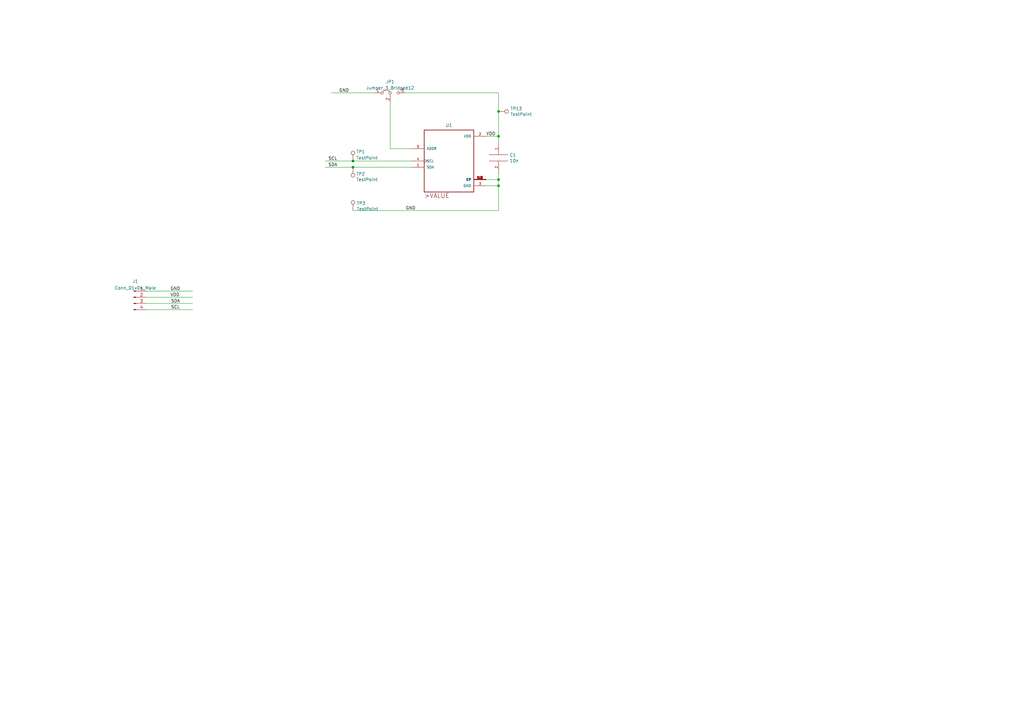
<source format=kicad_sch>
(kicad_sch (version 20211123) (generator eeschema)

  (uuid f144a97d-c3f0-423f-b0a9-3f7dbc42478b)

  (paper "A3")

  (lib_symbols
    (symbol "Connector:Conn_01x04_Male" (pin_names (offset 1.016) hide) (in_bom yes) (on_board yes)
      (property "Reference" "J" (id 0) (at 0 5.08 0)
        (effects (font (size 1.27 1.27)))
      )
      (property "Value" "Conn_01x04_Male" (id 1) (at 0 -7.62 0)
        (effects (font (size 1.27 1.27)))
      )
      (property "Footprint" "" (id 2) (at 0 0 0)
        (effects (font (size 1.27 1.27)) hide)
      )
      (property "Datasheet" "~" (id 3) (at 0 0 0)
        (effects (font (size 1.27 1.27)) hide)
      )
      (property "ki_keywords" "connector" (id 4) (at 0 0 0)
        (effects (font (size 1.27 1.27)) hide)
      )
      (property "ki_description" "Generic connector, single row, 01x04, script generated (kicad-library-utils/schlib/autogen/connector/)" (id 5) (at 0 0 0)
        (effects (font (size 1.27 1.27)) hide)
      )
      (property "ki_fp_filters" "Connector*:*_1x??_*" (id 6) (at 0 0 0)
        (effects (font (size 1.27 1.27)) hide)
      )
      (symbol "Conn_01x04_Male_1_1"
        (polyline
          (pts
            (xy 1.27 -5.08)
            (xy 0.8636 -5.08)
          )
          (stroke (width 0.1524) (type default) (color 0 0 0 0))
          (fill (type none))
        )
        (polyline
          (pts
            (xy 1.27 -2.54)
            (xy 0.8636 -2.54)
          )
          (stroke (width 0.1524) (type default) (color 0 0 0 0))
          (fill (type none))
        )
        (polyline
          (pts
            (xy 1.27 0)
            (xy 0.8636 0)
          )
          (stroke (width 0.1524) (type default) (color 0 0 0 0))
          (fill (type none))
        )
        (polyline
          (pts
            (xy 1.27 2.54)
            (xy 0.8636 2.54)
          )
          (stroke (width 0.1524) (type default) (color 0 0 0 0))
          (fill (type none))
        )
        (rectangle (start 0.8636 -4.953) (end 0 -5.207)
          (stroke (width 0.1524) (type default) (color 0 0 0 0))
          (fill (type outline))
        )
        (rectangle (start 0.8636 -2.413) (end 0 -2.667)
          (stroke (width 0.1524) (type default) (color 0 0 0 0))
          (fill (type outline))
        )
        (rectangle (start 0.8636 0.127) (end 0 -0.127)
          (stroke (width 0.1524) (type default) (color 0 0 0 0))
          (fill (type outline))
        )
        (rectangle (start 0.8636 2.667) (end 0 2.413)
          (stroke (width 0.1524) (type default) (color 0 0 0 0))
          (fill (type outline))
        )
        (pin passive line (at 5.08 2.54 180) (length 3.81)
          (name "Pin_1" (effects (font (size 1.27 1.27))))
          (number "1" (effects (font (size 1.27 1.27))))
        )
        (pin passive line (at 5.08 0 180) (length 3.81)
          (name "Pin_2" (effects (font (size 1.27 1.27))))
          (number "2" (effects (font (size 1.27 1.27))))
        )
        (pin passive line (at 5.08 -2.54 180) (length 3.81)
          (name "Pin_3" (effects (font (size 1.27 1.27))))
          (number "3" (effects (font (size 1.27 1.27))))
        )
        (pin passive line (at 5.08 -5.08 180) (length 3.81)
          (name "Pin_4" (effects (font (size 1.27 1.27))))
          (number "4" (effects (font (size 1.27 1.27))))
        )
      )
    )
    (symbol "Connector:TestPoint" (pin_numbers hide) (pin_names (offset 0.762) hide) (in_bom yes) (on_board yes)
      (property "Reference" "TP" (id 0) (at 0 6.858 0)
        (effects (font (size 1.27 1.27)))
      )
      (property "Value" "TestPoint" (id 1) (at 0 5.08 0)
        (effects (font (size 1.27 1.27)))
      )
      (property "Footprint" "" (id 2) (at 5.08 0 0)
        (effects (font (size 1.27 1.27)) hide)
      )
      (property "Datasheet" "~" (id 3) (at 5.08 0 0)
        (effects (font (size 1.27 1.27)) hide)
      )
      (property "ki_keywords" "test point tp" (id 4) (at 0 0 0)
        (effects (font (size 1.27 1.27)) hide)
      )
      (property "ki_description" "test point" (id 5) (at 0 0 0)
        (effects (font (size 1.27 1.27)) hide)
      )
      (property "ki_fp_filters" "Pin* Test*" (id 6) (at 0 0 0)
        (effects (font (size 1.27 1.27)) hide)
      )
      (symbol "TestPoint_0_1"
        (circle (center 0 3.302) (radius 0.762)
          (stroke (width 0) (type default) (color 0 0 0 0))
          (fill (type none))
        )
      )
      (symbol "TestPoint_1_1"
        (pin passive line (at 0 0 90) (length 2.54)
          (name "1" (effects (font (size 1.27 1.27))))
          (number "1" (effects (font (size 1.27 1.27))))
        )
      )
    )
    (symbol "Jumper:Jumper_3_Bridged12" (pin_names (offset 0) hide) (in_bom yes) (on_board yes)
      (property "Reference" "JP" (id 0) (at -2.54 -2.54 0)
        (effects (font (size 1.27 1.27)))
      )
      (property "Value" "Jumper_3_Bridged12" (id 1) (at 0 2.794 0)
        (effects (font (size 1.27 1.27)))
      )
      (property "Footprint" "" (id 2) (at 0 0 0)
        (effects (font (size 1.27 1.27)) hide)
      )
      (property "Datasheet" "~" (id 3) (at 0 0 0)
        (effects (font (size 1.27 1.27)) hide)
      )
      (property "ki_keywords" "Jumper SPDT" (id 4) (at 0 0 0)
        (effects (font (size 1.27 1.27)) hide)
      )
      (property "ki_description" "Jumper, 3-pole, pins 1+2 closed/bridged" (id 5) (at 0 0 0)
        (effects (font (size 1.27 1.27)) hide)
      )
      (property "ki_fp_filters" "Jumper* TestPoint*3Pads* TestPoint*Bridge*" (id 6) (at 0 0 0)
        (effects (font (size 1.27 1.27)) hide)
      )
      (symbol "Jumper_3_Bridged12_0_0"
        (circle (center -3.302 0) (radius 0.508)
          (stroke (width 0) (type default) (color 0 0 0 0))
          (fill (type none))
        )
        (circle (center 0 0) (radius 0.508)
          (stroke (width 0) (type default) (color 0 0 0 0))
          (fill (type none))
        )
        (circle (center 3.302 0) (radius 0.508)
          (stroke (width 0) (type default) (color 0 0 0 0))
          (fill (type none))
        )
      )
      (symbol "Jumper_3_Bridged12_0_1"
        (arc (start -0.254 0.508) (mid -1.651 0.9912) (end -3.048 0.508)
          (stroke (width 0) (type default) (color 0 0 0 0))
          (fill (type none))
        )
        (polyline
          (pts
            (xy 0 -1.27)
            (xy 0 -0.508)
          )
          (stroke (width 0) (type default) (color 0 0 0 0))
          (fill (type none))
        )
      )
      (symbol "Jumper_3_Bridged12_1_1"
        (pin passive line (at -6.35 0 0) (length 2.54)
          (name "A" (effects (font (size 1.27 1.27))))
          (number "1" (effects (font (size 1.27 1.27))))
        )
        (pin passive line (at 0 -3.81 90) (length 2.54)
          (name "C" (effects (font (size 1.27 1.27))))
          (number "2" (effects (font (size 1.27 1.27))))
        )
        (pin passive line (at 6.35 0 180) (length 2.54)
          (name "B" (effects (font (size 1.27 1.27))))
          (number "3" (effects (font (size 1.27 1.27))))
        )
      )
    )
    (symbol "melexis-temperature:MLX90632" (pin_names (offset 1.016)) (in_bom yes) (on_board yes)
      (property "Reference" "U" (id 0) (at -10.16 13.208 0)
        (effects (font (size 1.27 1.27)) (justify left bottom))
      )
      (property "Value" "MLX90632" (id 1) (at -8.89 -11.43 0)
        (effects (font (size 1.27 1.27)) (justify left bottom) hide)
      )
      (property "Footprint" "melexis-temperature:mlx90632-no-via-large" (id 2) (at -10.16 -20.32 0)
        (effects (font (size 1.27 1.27)) (justify left bottom) hide)
      )
      (property "Datasheet" "https://melexis.com/mlx90632" (id 3) (at -8.89 -17.78 0)
        (effects (font (size 1.27 1.27)) (justify left bottom) hide)
      )
      (symbol "MLX90632_0_0"
        (polyline
          (pts
            (xy -10.16 -12.7)
            (xy 10.16 -12.7)
          )
          (stroke (width 0.254) (type default) (color 0 0 0 0))
          (fill (type none))
        )
        (polyline
          (pts
            (xy -10.16 12.7)
            (xy -10.16 -12.7)
          )
          (stroke (width 0.254) (type default) (color 0 0 0 0))
          (fill (type none))
        )
        (polyline
          (pts
            (xy 10.16 -12.7)
            (xy 10.16 12.7)
          )
          (stroke (width 0.254) (type default) (color 0 0 0 0))
          (fill (type none))
        )
        (polyline
          (pts
            (xy 10.16 12.7)
            (xy -10.16 12.7)
          )
          (stroke (width 0.254) (type default) (color 0 0 0 0))
          (fill (type none))
        )
        (text ">VALUE " (at -10.16 -15.24 0)
          (effects (font (size 1.778 1.778)) (justify left bottom))
        )
        (pin bidirectional line (at -15.24 -2.54 0) (length 5.08)
          (name "SDA" (effects (font (size 1.016 1.016))))
          (number "1" (effects (font (size 1.016 1.016))))
        )
        (pin power_in line (at 15.24 10.16 180) (length 5.08)
          (name "VDD" (effects (font (size 1.016 1.016))))
          (number "2" (effects (font (size 1.016 1.016))))
        )
        (pin power_in line (at 15.24 -10.16 180) (length 5.08)
          (name "GND" (effects (font (size 1.016 1.016))))
          (number "3" (effects (font (size 1.016 1.016))))
        )
        (pin input clock (at -15.24 0 0) (length 5.08)
          (name "SCL" (effects (font (size 1.016 1.016))))
          (number "4" (effects (font (size 1.016 1.016))))
        )
        (pin input line (at -15.24 5.08 0) (length 5.08)
          (name "ADDR" (effects (font (size 1.016 1.016))))
          (number "5" (effects (font (size 1.016 1.016))))
        )
        (pin power_in line (at 15.24 -7.62 180) (length 5.08)
          (name "EP" (effects (font (size 1.016 1.016))))
          (number "6" (effects (font (size 1.016 1.016))))
        )
        (pin power_in line (at 15.24 -7.62 180) (length 5.08)
          (name "EP" (effects (font (size 1.016 1.016))))
          (number "6.1" (effects (font (size 1.016 1.016))))
        )
        (pin power_in line (at 15.24 -7.62 180) (length 5.08)
          (name "EP" (effects (font (size 1.016 1.016))))
          (number "6.2" (effects (font (size 1.016 1.016))))
        )
        (pin power_in line (at 15.24 -7.62 180) (length 5.08)
          (name "EP" (effects (font (size 1.016 1.016))))
          (number "6.3" (effects (font (size 1.016 1.016))))
        )
        (pin power_in line (at 15.24 -7.62 180) (length 5.08)
          (name "EP" (effects (font (size 1.016 1.016))))
          (number "6.4" (effects (font (size 1.016 1.016))))
        )
        (pin power_in line (at 15.24 -7.62 180) (length 5.08)
          (name "EP" (effects (font (size 1.016 1.016))))
          (number "6.5" (effects (font (size 1.016 1.016))))
        )
        (pin power_in line (at 15.24 -7.62 180) (length 5.08)
          (name "EP" (effects (font (size 1.016 1.016))))
          (number "6.6" (effects (font (size 1.016 1.016))))
        )
        (pin power_in line (at 15.24 -7.62 180) (length 5.08)
          (name "EP" (effects (font (size 1.016 1.016))))
          (number "6.7" (effects (font (size 1.016 1.016))))
        )
        (pin power_in line (at 15.24 -7.62 180) (length 5.08)
          (name "EP" (effects (font (size 1.016 1.016))))
          (number "6.8" (effects (font (size 1.016 1.016))))
        )
      )
    )
    (symbol "pspice:CAP" (pin_names (offset 0.254)) (in_bom yes) (on_board yes)
      (property "Reference" "C" (id 0) (at 2.54 3.81 90)
        (effects (font (size 1.27 1.27)))
      )
      (property "Value" "CAP" (id 1) (at 2.54 -3.81 90)
        (effects (font (size 1.27 1.27)))
      )
      (property "Footprint" "" (id 2) (at 0 0 0)
        (effects (font (size 1.27 1.27)) hide)
      )
      (property "Datasheet" "~" (id 3) (at 0 0 0)
        (effects (font (size 1.27 1.27)) hide)
      )
      (property "ki_keywords" "simulation" (id 4) (at 0 0 0)
        (effects (font (size 1.27 1.27)) hide)
      )
      (property "ki_description" "Capacitor symbol for simulation only" (id 5) (at 0 0 0)
        (effects (font (size 1.27 1.27)) hide)
      )
      (symbol "CAP_0_1"
        (polyline
          (pts
            (xy -3.81 -1.27)
            (xy 3.81 -1.27)
          )
          (stroke (width 0) (type default) (color 0 0 0 0))
          (fill (type none))
        )
        (polyline
          (pts
            (xy -3.81 1.27)
            (xy 3.81 1.27)
          )
          (stroke (width 0) (type default) (color 0 0 0 0))
          (fill (type none))
        )
      )
      (symbol "CAP_1_1"
        (pin passive line (at 0 6.35 270) (length 5.08)
          (name "~" (effects (font (size 1.016 1.016))))
          (number "1" (effects (font (size 1.016 1.016))))
        )
        (pin passive line (at 0 -6.35 90) (length 5.08)
          (name "~" (effects (font (size 1.016 1.016))))
          (number "2" (effects (font (size 1.016 1.016))))
        )
      )
    )
  )

  (junction (at 144.78 66.04) (diameter 0) (color 0 0 0 0)
    (uuid 0f41a909-27c4-4be2-9d5e-9ae2108c8ff5)
  )
  (junction (at 204.47 45.72) (diameter 0) (color 0 0 0 0)
    (uuid 1656ccef-fd41-4e5c-b3dc-968b4cbf0a88)
  )
  (junction (at 144.78 68.58) (diameter 0) (color 0 0 0 0)
    (uuid 29d472a1-c0d6-42c9-b2e5-a264b93a7ff1)
  )
  (junction (at 204.47 55.88) (diameter 0) (color 0 0 0 0)
    (uuid 67621f9e-0a6a-4778-ad69-04dcf300659c)
  )
  (junction (at 204.47 76.2) (diameter 0) (color 0 0 0 0)
    (uuid 7e08f2a4-63d6-468b-bd8b-ec607077e023)
  )
  (junction (at 204.47 73.66) (diameter 0) (color 0 0 0 0)
    (uuid 9702d639-3b1f-4825-8985-b32b9008503d)
  )

  (wire (pts (xy 59.944 124.46) (xy 78.994 124.46))
    (stroke (width 0) (type default) (color 0 0 0 0))
    (uuid 10c05ac4-7806-406a-b56c-a9cd10cdf5a0)
  )
  (wire (pts (xy 199.39 55.88) (xy 204.47 55.88))
    (stroke (width 0) (type default) (color 0 0 0 0))
    (uuid 128e34ce-eee7-477d-b905-a493e98db783)
  )
  (wire (pts (xy 144.78 66.04) (xy 133.35 66.04))
    (stroke (width 0) (type default) (color 0 0 0 0))
    (uuid 1b54105e-6590-4d26-a763-ecfcf81eedc4)
  )
  (wire (pts (xy 59.944 127) (xy 78.994 127))
    (stroke (width 0) (type default) (color 0 0 0 0))
    (uuid 1c286467-bb2c-4ce3-8bc2-ed6165c8edb6)
  )
  (wire (pts (xy 144.78 68.58) (xy 168.91 68.58))
    (stroke (width 0) (type default) (color 0 0 0 0))
    (uuid 2f3deced-880d-4075-a81b-95c62da5b94d)
  )
  (wire (pts (xy 168.91 60.96) (xy 160.02 60.96))
    (stroke (width 0) (type default) (color 0 0 0 0))
    (uuid 35303d47-09b6-4171-8eeb-feecc32b484c)
  )
  (wire (pts (xy 204.47 86.36) (xy 204.47 76.2))
    (stroke (width 0) (type default) (color 0 0 0 0))
    (uuid 4d609e7c-74c9-4ae9-a26d-946ff00c167d)
  )
  (wire (pts (xy 144.78 68.58) (xy 133.35 68.58))
    (stroke (width 0) (type default) (color 0 0 0 0))
    (uuid 632acde9-b7fd-4f04-8cb4-d2cbb06b3595)
  )
  (wire (pts (xy 160.02 41.91) (xy 160.02 60.96))
    (stroke (width 0) (type default) (color 0 0 0 0))
    (uuid 691fa22f-cf75-426d-b2b9-41370e76564c)
  )
  (wire (pts (xy 59.944 119.38) (xy 78.994 119.38))
    (stroke (width 0) (type default) (color 0 0 0 0))
    (uuid 754ad783-2c9b-41e4-a253-2053dbb561e3)
  )
  (wire (pts (xy 204.47 76.2) (xy 199.39 76.2))
    (stroke (width 0) (type default) (color 0 0 0 0))
    (uuid 786b6072-5772-4bc1-8eeb-6c4e19f2a91b)
  )
  (wire (pts (xy 135.89 38.1) (xy 153.67 38.1))
    (stroke (width 0) (type default) (color 0 0 0 0))
    (uuid 7e960422-f37b-4399-8edd-ccc35c2f8b21)
  )
  (wire (pts (xy 204.47 45.72) (xy 204.47 38.1))
    (stroke (width 0) (type default) (color 0 0 0 0))
    (uuid 87e3b420-a780-470f-ad58-e8c315e60ae0)
  )
  (wire (pts (xy 166.37 38.1) (xy 204.47 38.1))
    (stroke (width 0) (type default) (color 0 0 0 0))
    (uuid 984e33b6-dbb3-4548-a972-a991504acee3)
  )
  (wire (pts (xy 199.39 73.66) (xy 204.47 73.66))
    (stroke (width 0) (type default) (color 0 0 0 0))
    (uuid 9a9f2d82-f64d-4264-8bec-c182528fc4de)
  )
  (wire (pts (xy 204.47 55.88) (xy 204.47 58.42))
    (stroke (width 0) (type default) (color 0 0 0 0))
    (uuid a06e8e78-f567-42e6-b645-013b1073ca31)
  )
  (wire (pts (xy 144.78 66.04) (xy 168.91 66.04))
    (stroke (width 0) (type default) (color 0 0 0 0))
    (uuid a501555e-bbc7-4b58-ad89-28a0cd3dd6d0)
  )
  (wire (pts (xy 204.47 73.66) (xy 204.47 76.2))
    (stroke (width 0) (type default) (color 0 0 0 0))
    (uuid b60c50d1-225e-415c-8712-7acb5e3dc8ea)
  )
  (wire (pts (xy 144.78 86.36) (xy 204.47 86.36))
    (stroke (width 0) (type default) (color 0 0 0 0))
    (uuid dabe541b-b164-4180-97a4-5ca761b86800)
  )
  (wire (pts (xy 204.47 71.12) (xy 204.47 73.66))
    (stroke (width 0) (type default) (color 0 0 0 0))
    (uuid ec9e24d8-d1c5-40e2-9812-dc315d05f470)
  )
  (wire (pts (xy 204.47 45.72) (xy 204.47 55.88))
    (stroke (width 0) (type default) (color 0 0 0 0))
    (uuid f23ed6ec-eed7-4b47-978d-dcc74d03ddb2)
  )
  (wire (pts (xy 59.944 121.92) (xy 78.994 121.92))
    (stroke (width 0) (type default) (color 0 0 0 0))
    (uuid f4e914be-c810-41d7-a94e-a4db1db21bb0)
  )

  (label "GND" (at 69.85 119.38 0)
    (effects (font (size 1.27 1.27)) (justify left bottom))
    (uuid 0ebee32d-3662-4f4d-a704-8bbfb1bcc675)
  )
  (label "SDA" (at 70.104 124.46 0)
    (effects (font (size 1.27 1.27)) (justify left bottom))
    (uuid 18f35ab7-05b1-4916-bca1-7e693b111a06)
  )
  (label "SDA" (at 134.62 68.58 0)
    (effects (font (size 1.27 1.27)) (justify left bottom))
    (uuid 4412226e-d975-40a2-921f-502ff4129a95)
  )
  (label "SCL" (at 134.62 66.04 0)
    (effects (font (size 1.27 1.27)) (justify left bottom))
    (uuid 4e66a44f-7fa6-4e16-bf9b-62ec864301a5)
  )
  (label "SCL" (at 70.104 127 0)
    (effects (font (size 1.27 1.27)) (justify left bottom))
    (uuid 4fd1e628-09a1-4bc9-9f6a-e70c0e86b0dc)
  )
  (label "VDD" (at 199.39 55.88 0)
    (effects (font (size 1.27 1.27)) (justify left bottom))
    (uuid 68e09be7-3bbc-4443-a838-209ce20b2bef)
  )
  (label "GND" (at 166.37 86.36 0)
    (effects (font (size 1.27 1.27)) (justify left bottom))
    (uuid 6b25f522-8e2d-4cd8-9d5d-a2b80f60133b)
  )
  (label "VDD" (at 69.85 121.92 0)
    (effects (font (size 1.27 1.27)) (justify left bottom))
    (uuid a02eb634-3dd2-4ba0-92b2-fced6e18deee)
  )
  (label "GND" (at 139.065 38.1 0)
    (effects (font (size 1.27 1.27)) (justify left bottom))
    (uuid ac283e5d-eca8-4a44-8134-a050e91970a5)
  )

  (symbol (lib_id "melexis-temperature:MLX90632") (at 184.15 66.04 0) (unit 1)
    (in_bom yes) (on_board yes)
    (uuid 00000000-0000-0000-0000-00005ee38145)
    (property "Reference" "U1" (id 0) (at 184.15 51.4096 0))
    (property "Value" "MLX90632SLD-BCB-000-SP" (id 1) (at 184.15 66.04 0)
      (effects (font (size 1.27 1.27)) (justify left bottom) hide)
    )
    (property "Footprint" "melexis-temperature:mlx90632-no-via-large" (id 2) (at 173.99 86.36 0)
      (effects (font (size 1.27 1.27)) (justify left bottom) hide)
    )
    (property "Datasheet" "https://melexis.com/mlx90632" (id 3) (at 175.26 83.82 0)
      (effects (font (size 1.27 1.27)) (justify left bottom) hide)
    )
    (property "Field4" "3" (id 4) (at 184.15 66.04 0)
      (effects (font (size 1.27 1.27)) (justify left bottom) hide)
    )
    (property "Field5" "MELEXIS" (id 5) (at 184.15 66.04 0)
      (effects (font (size 1.27 1.27)) (justify left bottom) hide)
    )
    (pin "1" (uuid c1d83899-e380-49f9-a87d-8e78bc089ebf))
    (pin "2" (uuid e9bb29b2-2bb9-4ea2-acd9-2bb3ca677a12))
    (pin "3" (uuid 62c076a3-d618-44a2-9042-9a08b3576787))
    (pin "4" (uuid da469d11-a8a4-414b-9449-d151eeaf4853))
    (pin "5" (uuid afb8e687-4a13-41a1-b8c0-89a749e897fe))
    (pin "6" (uuid 5cbb5968-dbb5-4b84-864a-ead1cacf75b9))
    (pin "6.1" (uuid 3f5fe6b7-98fc-4d3e-9567-f9f7202d1455))
    (pin "6.2" (uuid bb7f0588-d4d8-44bf-9ebf-3c533fe4d6ae))
    (pin "6.3" (uuid f1830a1b-f0cc-47ae-a2c9-679c82032f14))
    (pin "6.4" (uuid 6a955fc7-39d9-4c75-9a69-676ca8c0b9b2))
    (pin "6.5" (uuid e8314017-7be6-4011-9179-37449a29b311))
    (pin "6.6" (uuid e10b5627-3247-4c86-b9f6-ef474ca11543))
    (pin "6.7" (uuid 746ba970-8279-4e7b-aed3-f28687777c21))
    (pin "6.8" (uuid 71c31975-2c45-4d18-a25a-18e07a55d11e))
  )

  (symbol (lib_id "pspice:CAP") (at 204.47 64.77 0) (unit 1)
    (in_bom yes) (on_board yes)
    (uuid 00000000-0000-0000-0000-00005ee38154)
    (property "Reference" "C1" (id 0) (at 208.9912 63.6016 0)
      (effects (font (size 1.27 1.27)) (justify left))
    )
    (property "Value" "10n" (id 1) (at 208.9912 65.913 0)
      (effects (font (size 1.27 1.27)) (justify left))
    )
    (property "Footprint" "Capacitor_SMD:C_0402_1005Metric" (id 2) (at 204.47 64.77 0)
      (effects (font (size 1.27 1.27)) hide)
    )
    (property "Datasheet" "~" (id 3) (at 204.47 64.77 0)
      (effects (font (size 1.27 1.27)) hide)
    )
    (pin "1" (uuid ef8fe2ac-6a7f-4682-9418-b801a1b10a3b))
    (pin "2" (uuid 44d8279a-9cd1-4db6-856f-0363131605fc))
  )

  (symbol (lib_id "Connector:TestPoint") (at 144.78 68.58 180) (unit 1)
    (in_bom yes) (on_board yes)
    (uuid 00000000-0000-0000-0000-00005ee38160)
    (property "Reference" "TP2" (id 0) (at 146.05 71.3486 0)
      (effects (font (size 1.27 1.27)) (justify right))
    )
    (property "Value" "TestPoint" (id 1) (at 146.05 73.66 0)
      (effects (font (size 1.27 1.27)) (justify right))
    )
    (property "Footprint" "TestPoint:TestPoint_Pad_1.0x1.0mm" (id 2) (at 139.7 68.58 0)
      (effects (font (size 1.27 1.27)) hide)
    )
    (property "Datasheet" "~" (id 3) (at 139.7 68.58 0)
      (effects (font (size 1.27 1.27)) hide)
    )
    (pin "1" (uuid 87371631-aa02-498a-998a-09bdb74784c1))
  )

  (symbol (lib_id "Connector:TestPoint") (at 144.78 66.04 0) (unit 1)
    (in_bom yes) (on_board yes)
    (uuid 00000000-0000-0000-0000-00005ee38167)
    (property "Reference" "TP1" (id 0) (at 146.05 62.23 0)
      (effects (font (size 1.27 1.27)) (justify left))
    )
    (property "Value" "TestPoint" (id 1) (at 146.05 64.77 0)
      (effects (font (size 1.27 1.27)) (justify left))
    )
    (property "Footprint" "TestPoint:TestPoint_Pad_1.0x1.0mm" (id 2) (at 149.86 66.04 0)
      (effects (font (size 1.27 1.27)) hide)
    )
    (property "Datasheet" "~" (id 3) (at 149.86 66.04 0)
      (effects (font (size 1.27 1.27)) hide)
    )
    (pin "1" (uuid a3e4f0ae-9f86-49e9-b386-ed8b42e012fb))
  )

  (symbol (lib_id "Connector:TestPoint") (at 144.78 86.36 0) (unit 1)
    (in_bom yes) (on_board yes)
    (uuid 00000000-0000-0000-0000-00005ee3816e)
    (property "Reference" "TP3" (id 0) (at 146.2532 83.3628 0)
      (effects (font (size 1.27 1.27)) (justify left))
    )
    (property "Value" "TestPoint" (id 1) (at 146.2532 85.6742 0)
      (effects (font (size 1.27 1.27)) (justify left))
    )
    (property "Footprint" "TestPoint:TestPoint_Pad_1.0x1.0mm" (id 2) (at 149.86 86.36 0)
      (effects (font (size 1.27 1.27)) hide)
    )
    (property "Datasheet" "~" (id 3) (at 149.86 86.36 0)
      (effects (font (size 1.27 1.27)) hide)
    )
    (pin "1" (uuid 6c9b793c-e74d-4754-a2c0-901e73b26f1c))
  )

  (symbol (lib_id "Connector:TestPoint") (at 204.47 45.72 270) (unit 1)
    (in_bom yes) (on_board yes)
    (uuid 00000000-0000-0000-0000-00005ee381bd)
    (property "Reference" "TP13" (id 0) (at 209.2452 44.5516 90)
      (effects (font (size 1.27 1.27)) (justify left))
    )
    (property "Value" "TestPoint" (id 1) (at 209.2452 46.863 90)
      (effects (font (size 1.27 1.27)) (justify left))
    )
    (property "Footprint" "TestPoint:TestPoint_Pad_1.0x1.0mm" (id 2) (at 204.47 50.8 0)
      (effects (font (size 1.27 1.27)) hide)
    )
    (property "Datasheet" "~" (id 3) (at 204.47 50.8 0)
      (effects (font (size 1.27 1.27)) hide)
    )
    (pin "1" (uuid 48ab88d7-7084-4d02-b109-3ad55a30bb11))
  )

  (symbol (lib_id "Connector:Conn_01x04_Male") (at 54.864 121.92 0) (unit 1)
    (in_bom yes) (on_board yes) (fields_autoplaced)
    (uuid 020fb5f8-7154-449f-9427-c21c224740aa)
    (property "Reference" "J1" (id 0) (at 55.499 115.3373 0))
    (property "Value" "Conn_01x04_Male" (id 1) (at 55.499 118.1124 0))
    (property "Footprint" "melexis-temperature:QWIIC_STEMMA_QT" (id 2) (at 54.864 121.92 0)
      (effects (font (size 1.27 1.27)) hide)
    )
    (property "Datasheet" "~" (id 3) (at 54.864 121.92 0)
      (effects (font (size 1.27 1.27)) hide)
    )
    (pin "1" (uuid dfba55d2-f8dc-436a-b94f-b36d464fd23a))
    (pin "2" (uuid c631e5fc-7d8b-4e95-a9d7-2a35f6494f59))
    (pin "3" (uuid 0fab4f44-50b7-47e8-8e41-d5c3aef59701))
    (pin "4" (uuid 996f47d1-fc15-47e8-9c90-0ae6699ccbc6))
  )

  (symbol (lib_id "Jumper:Jumper_3_Bridged12") (at 160.02 38.1 0) (unit 1)
    (in_bom yes) (on_board yes) (fields_autoplaced)
    (uuid f28277f2-4c01-4da7-82a9-ada7e3eb6097)
    (property "Reference" "JP1" (id 0) (at 160.02 33.536 0))
    (property "Value" "Jumper_3_Bridged12" (id 1) (at 160.02 36.0729 0))
    (property "Footprint" "Jumper:SolderJumper-3_P1.3mm_Bridged12_RoundedPad1.0x1.5mm" (id 2) (at 160.02 38.1 0)
      (effects (font (size 1.27 1.27)) hide)
    )
    (property "Datasheet" "~" (id 3) (at 160.02 38.1 0)
      (effects (font (size 1.27 1.27)) hide)
    )
    (pin "1" (uuid 85f16287-4cb0-4105-8d63-2fdb461203c8))
    (pin "2" (uuid 11de20cf-24a2-4dee-acf8-0bb00611d13d))
    (pin "3" (uuid 95c12141-70f8-4abc-8ee2-d2afcd222a19))
  )

  (sheet_instances
    (path "/" (page "1"))
  )

  (symbol_instances
    (path "/00000000-0000-0000-0000-00005ee38154"
      (reference "C1") (unit 1) (value "10n") (footprint "Capacitor_SMD:C_0402_1005Metric")
    )
    (path "/020fb5f8-7154-449f-9427-c21c224740aa"
      (reference "J1") (unit 1) (value "Conn_01x04_Male") (footprint "melexis-temperature:QWIIC_STEMMA_QT")
    )
    (path "/f28277f2-4c01-4da7-82a9-ada7e3eb6097"
      (reference "JP1") (unit 1) (value "Jumper_3_Bridged12") (footprint "Jumper:SolderJumper-3_P1.3mm_Bridged12_RoundedPad1.0x1.5mm")
    )
    (path "/00000000-0000-0000-0000-00005ee38167"
      (reference "TP1") (unit 1) (value "TestPoint") (footprint "TestPoint:TestPoint_Pad_1.0x1.0mm")
    )
    (path "/00000000-0000-0000-0000-00005ee38160"
      (reference "TP2") (unit 1) (value "TestPoint") (footprint "TestPoint:TestPoint_Pad_1.0x1.0mm")
    )
    (path "/00000000-0000-0000-0000-00005ee3816e"
      (reference "TP3") (unit 1) (value "TestPoint") (footprint "TestPoint:TestPoint_Pad_1.0x1.0mm")
    )
    (path "/00000000-0000-0000-0000-00005ee381bd"
      (reference "TP13") (unit 1) (value "TestPoint") (footprint "TestPoint:TestPoint_Pad_1.0x1.0mm")
    )
    (path "/00000000-0000-0000-0000-00005ee38145"
      (reference "U1") (unit 1) (value "MLX90632SLD-BCB-000-SP") (footprint "melexis-temperature:mlx90632-no-via-large")
    )
  )
)

</source>
